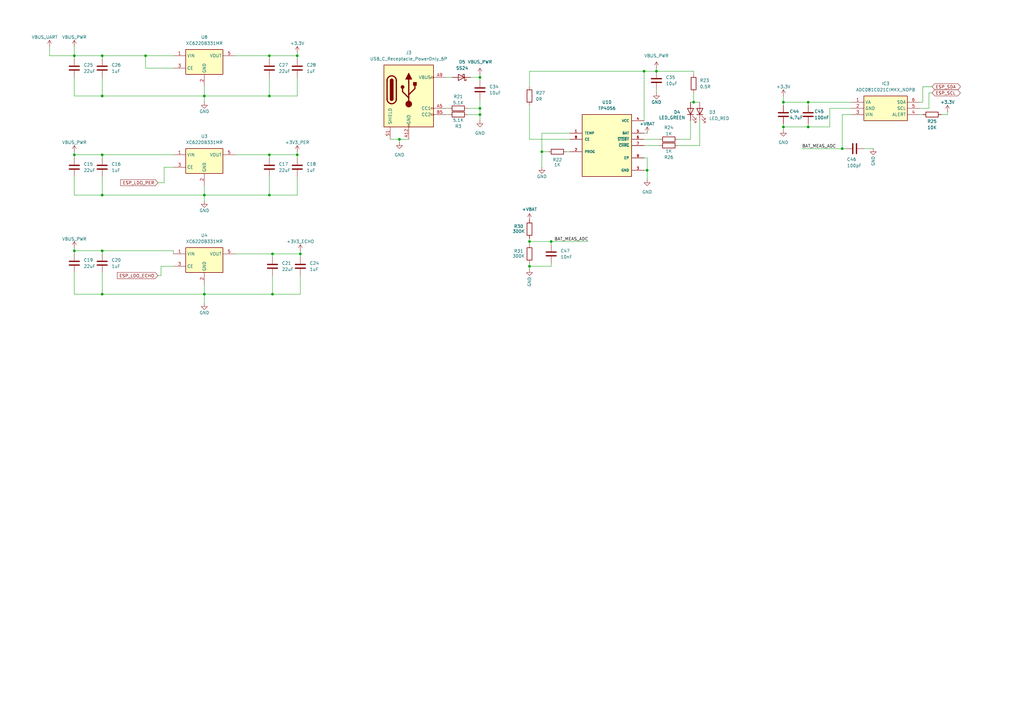
<source format=kicad_sch>
(kicad_sch (version 20250114) (generator "eeschema") (generator_version "9.0")
  (paper "A3")
  (lib_symbols
    (symbol "Connector:USB_C_Receptacle_PowerOnly_6P" (pin_names (offset 1.016))
      (property "Reference" "J" (at 0 16.51 0))
      (property "Value" "USB_C_Receptacle_PowerOnly_6P" (at 0 13.97 0))
      (symbol "USB_C_Receptacle_PowerOnly_6P_0_0"
        (rectangle (start -0.254 -12.7) (end 0.254 -11.684))
        (rectangle (start 10.16 7.874) (end 9.144 7.366))
        (rectangle (start 10.16 -4.826) (end 9.144 -5.334))
        (rectangle (start 10.16 -7.366) (end 9.144 -7.874))
      )
      (symbol "USB_C_Receptacle_PowerOnly_6P_0_1"
        (rectangle (start -10.16 12.7) (end 10.16 -12.7) (stroke (width 0.254)) (fill (type background)))
        (polyline (pts (xy -8.89 -1.27) (xy -8.89 6.35)) (stroke (width 0.508)))
        (rectangle (start -7.62 -1.27) (end -6.35 6.35) (stroke (width 0.254)) (fill (type outline)))
        (arc (start -7.62 6.35) (mid -6.985 6.9823) (end -6.35 6.35) (stroke (width 0.254)))
        (arc (start -7.62 6.35) (mid -6.985 6.9823) (end -6.35 6.35) (stroke (width 0.254)) (fill (type outline)))
        (arc (start -8.89 6.35) (mid -6.985 8.2467) (end -5.08 6.35) (stroke (width 0.508)))
        (arc (start -5.08 -1.27) (mid -6.985 -3.1667) (end -8.89 -1.27) (stroke (width 0.508)))
        (arc (start -6.35 -1.27) (mid -6.985 -1.9023) (end -7.62 -1.27) (stroke (width 0.254)))
        (arc (start -6.35 -1.27) (mid -6.985 -1.9023) (end -7.62 -1.27) (stroke (width 0.254)) (fill (type outline)))
        (polyline (pts (xy -5.08 6.35) (xy -5.08 -1.27)) (stroke (width 0.508)))
        (circle (center -2.54 3.683) (radius 0.635) (stroke (width 0.254)) (fill (type outline)))
        (polyline (pts (xy -1.27 6.858) (xy 0 9.398) (xy 1.27 6.858) (xy -1.27 6.858)) (stroke (width 0.254)) (fill (type outline)))
        (polyline (pts (xy 0 0.508) (xy 2.54 3.048) (xy 2.54 4.318)) (stroke (width 0.508)))
        (polyline (pts (xy 0 -0.762) (xy -2.54 1.778) (xy -2.54 3.048)) (stroke (width 0.508)))
        (polyline (pts (xy 0 -3.302) (xy 0 6.858)) (stroke (width 0.508)))
        (circle (center 0 -3.302) (radius 1.27) (fill (type outline)))
        (rectangle (start 1.905 4.318) (end 3.175 5.588) (stroke (width 0.254)) (fill (type outline)))
      )
      (symbol "USB_C_Receptacle_PowerOnly_6P_1_1"
        (pin passive line (at -7.62 -17.78 90) (length 5.08) (name "SHIELD") (number "S1"))
        (pin passive line (at 0 -17.78 90) (length 5.08) (name "GND") (number "A12"))
        (pin passive line (at 0 -17.78 90) (length 5.08) (hide yes) (name "GND") (number "B12"))
        (pin passive line (at 15.24 7.62 180) (length 5.08) (name "VBUS") (number "A9"))
        (pin passive line (at 15.24 7.62 180) (length 5.08) (hide yes) (name "VBUS") (number "B9"))
        (pin bidirectional line (at 15.24 -5.08 180) (length 5.08) (name "CC1") (number "A5"))
        (pin bidirectional line (at 15.24 -7.62 180) (length 5.08) (name "CC2") (number "B5"))
      )
    )
    (symbol "Device:C" (pin_numbers (hide yes)) (pin_names (offset 0.254))
      (property "Reference" "C" (at 0.635 2.54 0))
      (property "Value" "C" (at 0.635 -2.54 0))
      (symbol "C_0_1"
        (polyline (pts (xy -2.032 0.762) (xy 2.032 0.762)) (stroke (width 0.508)))
        (polyline (pts (xy -2.032 -0.762) (xy 2.032 -0.762)) (stroke (width 0.508)))
      )
      (symbol "C_1_1"
        (pin passive line (at 0 3.81 270) (length 2.794) (name "~") (number "1"))
        (pin passive line (at 0 -3.81 90) (length 2.794) (name "~") (number "2"))
      )
    )
    (symbol "Device:LED" (pin_numbers (hide yes)) (pin_names (offset 1.016) (hide yes))
      (property "Reference" "D" (at 0 2.54 0))
      (property "Value" "LED" (at 0 -2.54 0))
      (symbol "LED_0_1"
        (polyline (pts (xy -3.048 -0.762) (xy -4.572 -2.286) (xy -3.81 -2.286) (xy -4.572 -2.286) (xy -4.572 -1.524)))
        (polyline (pts (xy -1.778 -0.762) (xy -3.302 -2.286) (xy -2.54 -2.286) (xy -3.302 -2.286) (xy -3.302 -1.524)))
        (polyline (pts (xy -1.27 0) (xy 1.27 0)))
        (polyline (pts (xy -1.27 -1.27) (xy -1.27 1.27)) (stroke (width 0.254)))
        (polyline (pts (xy 1.27 -1.27) (xy 1.27 1.27) (xy -1.27 0) (xy 1.27 -1.27)) (stroke (width 0.254)))
      )
      (symbol "LED_1_1"
        (pin passive line (at -3.81 0 0) (length 2.54) (name "K") (number "1"))
        (pin passive line (at 3.81 0 180) (length 2.54) (name "A") (number "2"))
      )
    )
    (symbol "Device:R" (pin_numbers (hide yes)) (pin_names (offset 0))
      (property "Reference" "R" (at 2.032 0 90))
      (property "Value" "R" (at 0 0 90))
      (symbol "R_0_1"
        (rectangle (start -1.016 -2.54) (end 1.016 2.54) (stroke (width 0.254)))
      )
      (symbol "R_1_1"
        (pin passive line (at 0 3.81 270) (length 1.27) (name "~") (number "1"))
        (pin passive line (at 0 -3.81 90) (length 1.27) (name "~") (number "2"))
      )
    )
    (symbol "Diode:SS24" (pin_numbers (hide yes)) (pin_names (offset 1.016) (hide yes))
      (property "Reference" "D" (at 0 2.54 0))
      (property "Value" "SS24" (at 0 -2.54 0))
      (symbol "SS24_0_1"
        (polyline (pts (xy -1.905 0.635) (xy -1.905 1.27) (xy -1.27 1.27) (xy -1.27 -1.27) (xy -0.635 -1.27) (xy -0.635 -0.635)) (stroke (width 0.254)))
        (polyline (pts (xy 1.27 1.27) (xy 1.27 -1.27) (xy -1.27 0) (xy 1.27 1.27)) (stroke (width 0.254)))
        (polyline (pts (xy 1.27 0) (xy -1.27 0)))
      )
      (symbol "SS24_1_1"
        (pin passive line (at -3.81 0 0) (length 2.54) (name "K") (number "1"))
        (pin passive line (at 3.81 0 180) (length 2.54) (name "A") (number "2"))
      )
    )
    (symbol "Regulator_Linear:XC6220B331MR"
      (property "Reference" "U" (at 0 8.89 0))
      (property "Value" "XC6220B331MR" (at 0 6.35 0))
      (symbol "XC6220B331MR_0_1"
        (rectangle (start -7.62 5.08) (end 7.62 -5.08) (stroke (width 0.254)) (fill (type background)))
      )
      (symbol "XC6220B331MR_1_1"
        (pin power_in line (at -12.7 2.54 0) (length 5.08) (name "VIN") (number "1"))
        (pin input line (at -12.7 -2.54 0) (length 5.08) (name "CE") (number "3"))
        (pin power_in line (at 0 -10.16 90) (length 5.08) (name "GND") (number "2"))
        (pin no_connect line (at 7.62 -2.54 180) (length 5.08) (hide yes) (name "NC") (number "4"))
        (pin power_out line (at 12.7 2.54 180) (length 5.08) (name "VOUT") (number "5"))
      )
    )
    (symbol "SamacSys_Parts:ADC081C021CIMKX_NOPB"
      (property "Reference" "IC" (at 24.13 7.62 0))
      (property "Value" "ADC081C021CIMKX_NOPB" (at 24.13 5.08 0))
      (symbol "ADC081C021CIMKX_NOPB_1_1"
        (rectangle (start 5.08 2.54) (end 22.86 -7.62) (stroke (width 0.254)) (fill (type background)))
        (pin passive line (at 0 0 0) (length 5.08) (name "VA") (number "1"))
        (pin passive line (at 0 -2.54 0) (length 5.08) (name "GND") (number "2"))
        (pin passive line (at 0 -5.08 0) (length 5.08) (name "VIN") (number "3"))
        (pin passive line (at 27.94 0 180) (length 5.08) (name "SDA") (number "6"))
        (pin passive line (at 27.94 -2.54 180) (length 5.08) (name "SCL") (number "5"))
        (pin passive line (at 27.94 -5.08 180) (length 5.08) (name "ALERT") (number "4"))
      )
    )
    (symbol "TP4056:TP4056" (pin_names (offset 1.016))
      (property "Reference" "U" (at -10.16 13.208 0))
      (property "Value" "TP4056" (at -10.16 -15.24 0))
      (symbol "TP4056_0_0"
        (rectangle (start -10.16 -12.7) (end 10.16 12.7) (stroke (width 0.254)) (fill (type background)))
        (pin input line (at -15.24 5.08 0) (length 5.08) (name "TEMP") (number "1"))
        (pin input line (at -15.24 2.54 0) (length 5.08) (name "CE") (number "8"))
        (pin bidirectional line (at -15.24 -2.54 0) (length 5.08) (name "PROG") (number "2"))
        (pin power_in line (at 15.24 10.16 180) (length 5.08) (name "VCC") (number "4"))
        (pin output line (at 15.24 5.08 180) (length 5.08) (name "BAT") (number "5"))
        (pin output line (at 15.24 2.54 180) (length 5.08) (name "~{STDBY}") (number "6"))
        (pin output line (at 15.24 0 180) (length 5.08) (name "~{CHRG}") (number "7"))
        (pin passive line (at 15.24 -5.08 180) (length 5.08) (name "EP") (number "9"))
        (pin power_in line (at 15.24 -10.16 180) (length 5.08) (name "GND") (number "3"))
      )
    )
    (symbol "power:+3.3V" (power) (pin_numbers (hide yes)) (pin_names (offset 0) (hide yes))
      (property "Value" "+3.3V" (at 0 3.556 0))
      (symbol "+3.3V_0_1"
        (polyline (pts (xy -0.762 1.27) (xy 0 2.54)))
        (polyline (pts (xy 0 2.54) (xy 0.762 1.27)))
        (polyline (pts (xy 0 0) (xy 0 2.54)))
      )
      (symbol "+3.3V_1_1"
        (pin power_in line (at 0 0 90) (length 0) (name "~") (number "1"))
      )
    )
    (symbol "power:GND" (power) (pin_numbers (hide yes)) (pin_names (offset 0) (hide yes))
      (property "Value" "GND" (at 0 -3.81 0))
      (symbol "GND_0_1"
        (polyline (pts (xy 0 0) (xy 0 -1.27) (xy 1.27 -1.27) (xy 0 -2.54) (xy -1.27 -1.27) (xy 0 -1.27)))
      )
      (symbol "GND_1_1"
        (pin power_in line (at 0 0 270) (length 0) (name "~") (number "1"))
      )
    )
    (symbol "power:VBUS" (power) (pin_numbers (hide yes)) (pin_names (offset 0) (hide yes))
      (property "Value" "VBUS" (at 0 3.556 0))
      (symbol "VBUS_0_1"
        (polyline (pts (xy -0.762 1.27) (xy 0 2.54)))
        (polyline (pts (xy 0 2.54) (xy 0.762 1.27)))
        (polyline (pts (xy 0 0) (xy 0 2.54)))
      )
      (symbol "VBUS_1_1"
        (pin power_in line (at 0 0 90) (length 0) (name "~") (number "1"))
      )
    )
  )
  (junction (at 83.82 120.65))
  (junction (at 331.47 52.07))
  (junction (at 217.17 109.22))
  (junction (at 110.49 39.37))
  (junction (at 226.06 99.06))
  (junction (at 110.49 80.01))
  (junction (at 123.19 104.14))
  (junction (at 59.69 22.86))
  (junction (at 41.91 63.5))
  (junction (at 321.31 41.91))
  (junction (at 30.48 63.5))
  (junction (at 331.47 41.91))
  (junction (at 30.48 22.86))
  (junction (at 30.48 102.87))
  (junction (at 217.17 99.06))
  (junction (at 41.91 39.37))
  (junction (at 110.49 22.86))
  (junction (at 41.91 80.01))
  (junction (at 121.92 22.86))
  (junction (at 163.83 57.15))
  (junction (at 41.91 120.65))
  (junction (at 196.85 31.75))
  (junction (at 121.92 63.5))
  (junction (at 111.76 104.14))
  (junction (at 269.24 29.21))
  (junction (at 196.85 44.45))
  (junction (at 111.76 120.65))
  (junction (at 265.43 69.85))
  (junction (at 264.16 29.21))
  (junction (at 83.82 39.37))
  (junction (at 345.44 60.96))
  (junction (at 196.85 46.99))
  (junction (at 41.91 102.87))
  (junction (at 284.48 41.91))
  (junction (at 222.25 62.23))
  (junction (at 41.91 22.86))
  (junction (at 110.49 63.5))
  (junction (at 321.31 52.07))
  (junction (at 83.82 80.01))
  (wire (pts (xy 111.76 120.65) (xy 123.19 120.65)))
  (wire (pts (xy 264.16 57.15) (xy 270.51 57.15)))
  (wire (pts (xy 163.83 57.15) (xy 167.64 57.15)))
  (wire (pts (xy 83.82 39.37) (xy 110.49 39.37)))
  (wire (pts (xy 222.25 62.23) (xy 222.25 68.58)))
  (wire (pts (xy 284.48 41.91) (xy 283.21 41.91)))
  (wire (pts (xy 264.16 54.61) (xy 265.43 54.61)))
  (wire (pts (xy 96.52 104.14) (xy 111.76 104.14)))
  (wire (pts (xy 217.17 109.22) (xy 217.17 110.49)))
  (wire (pts (xy 217.17 97.79) (xy 217.17 99.06)))
  (wire (pts (xy 283.21 49.53) (xy 283.21 57.15)))
  (wire (pts (xy 41.91 31.75) (xy 41.91 39.37)))
  (wire (pts (xy 41.91 22.86) (xy 59.69 22.86)))
  (wire (pts (xy 110.49 22.86) (xy 110.49 24.13)))
  (wire (pts (xy 66.04 109.22) (xy 71.12 109.22)))
  (wire (pts (xy 111.76 104.14) (xy 123.19 104.14)))
  (wire (pts (xy 386.08 46.99) (xy 388.62 46.99)))
  (wire (pts (xy 123.19 102.87) (xy 123.19 104.14)))
  (wire (pts (xy 110.49 31.75) (xy 110.49 39.37)))
  (wire (pts (xy 269.24 27.94) (xy 269.24 29.21)))
  (wire (pts (xy 217.17 43.18) (xy 217.17 57.15)))
  (wire (pts (xy 30.48 63.5) (xy 30.48 64.77)))
  (wire (pts (xy 160.02 57.15) (xy 163.83 57.15)))
  (wire (pts (xy 30.48 39.37) (xy 41.91 39.37)))
  (wire (pts (xy 111.76 113.03) (xy 111.76 120.65)))
  (wire (pts (xy 41.91 72.39) (xy 41.91 80.01)))
  (wire (pts (xy 121.92 21.59) (xy 121.92 22.86)))
  (wire (pts (xy 41.91 102.87) (xy 71.12 102.87)))
  (wire (pts (xy 71.12 102.87) (xy 71.12 104.14)))
  (wire (pts (xy 287.02 49.53) (xy 287.02 59.69)))
  (wire (pts (xy 30.48 22.86) (xy 41.91 22.86)))
  (wire (pts (xy 182.88 31.75) (xy 185.42 31.75)))
  (wire (pts (xy 196.85 30.48) (xy 196.85 31.75)))
  (wire (pts (xy 340.36 52.07) (xy 331.47 52.07)))
  (wire (pts (xy 378.46 35.56) (xy 382.27 35.56)))
  (wire (pts (xy 345.44 60.96) (xy 346.71 60.96)))
  (wire (pts (xy 67.31 74.93) (xy 67.31 68.58)))
  (wire (pts (xy 264.16 29.21) (xy 269.24 29.21)))
  (wire (pts (xy 222.25 62.23) (xy 224.79 62.23)))
  (wire (pts (xy 284.48 30.48) (xy 284.48 29.21)))
  (wire (pts (xy 378.46 41.91) (xy 378.46 35.56)))
  (wire (pts (xy 265.43 64.77) (xy 265.43 69.85)))
  (wire (pts (xy 111.76 104.14) (xy 111.76 105.41)))
  (wire (pts (xy 331.47 43.18) (xy 331.47 41.91)))
  (wire (pts (xy 66.04 113.03) (xy 66.04 109.22)))
  (wire (pts (xy 59.69 22.86) (xy 59.69 27.94)))
  (wire (pts (xy 284.48 29.21) (xy 269.24 29.21)))
  (wire (pts (xy 222.25 54.61) (xy 222.25 62.23)))
  (wire (pts (xy 121.92 64.77) (xy 121.92 63.5)))
  (wire (pts (xy 83.82 120.65) (xy 111.76 120.65)))
  (wire (pts (xy 110.49 39.37) (xy 121.92 39.37)))
  (wire (pts (xy 96.52 22.86) (xy 110.49 22.86)))
  (wire (pts (xy 41.91 111.76) (xy 41.91 120.65)))
  (wire (pts (xy 388.62 45.72) (xy 388.62 46.99)))
  (wire (pts (xy 30.48 19.05) (xy 30.48 22.86)))
  (wire (pts (xy 191.77 46.99) (xy 196.85 46.99)))
  (wire (pts (xy 226.06 99.06) (xy 241.3 99.06)))
  (wire (pts (xy 287.02 59.69) (xy 278.13 59.69)))
  (wire (pts (xy 121.92 72.39) (xy 121.92 80.01)))
  (wire (pts (xy 264.16 29.21) (xy 264.16 49.53)))
  (wire (pts (xy 41.91 63.5) (xy 71.12 63.5)))
  (wire (pts (xy 30.48 80.01) (xy 41.91 80.01)))
  (wire (pts (xy 226.06 100.33) (xy 226.06 99.06)))
  (wire (pts (xy 182.88 46.99) (xy 184.15 46.99)))
  (wire (pts (xy 30.48 111.76) (xy 30.48 120.65)))
  (wire (pts (xy 30.48 120.65) (xy 41.91 120.65)))
  (wire (pts (xy 30.48 62.23) (xy 30.48 63.5)))
  (wire (pts (xy 217.17 29.21) (xy 217.17 35.56)))
  (wire (pts (xy 30.48 72.39) (xy 30.48 80.01)))
  (wire (pts (xy 83.82 76.2) (xy 83.82 80.01)))
  (wire (pts (xy 67.31 68.58) (xy 71.12 68.58)))
  (wire (pts (xy 110.49 63.5) (xy 110.49 64.77)))
  (wire (pts (xy 110.49 63.5) (xy 121.92 63.5)))
  (wire (pts (xy 83.82 35.56) (xy 83.82 39.37)))
  (wire (pts (xy 340.36 44.45) (xy 340.36 52.07)))
  (wire (pts (xy 328.93 60.96) (xy 345.44 60.96)))
  (wire (pts (xy 41.91 102.87) (xy 41.91 104.14)))
  (wire (pts (xy 41.91 39.37) (xy 83.82 39.37)))
  (wire (pts (xy 41.91 80.01) (xy 83.82 80.01)))
  (wire (pts (xy 30.48 102.87) (xy 41.91 102.87)))
  (wire (pts (xy 163.83 57.15) (xy 163.83 58.42)))
  (wire (pts (xy 41.91 120.65) (xy 83.82 120.65)))
  (wire (pts (xy 123.19 105.41) (xy 123.19 104.14)))
  (wire (pts (xy 222.25 54.61) (xy 233.68 54.61)))
  (wire (pts (xy 284.48 41.91) (xy 287.02 41.91)))
  (wire (pts (xy 217.17 29.21) (xy 264.16 29.21)))
  (wire (pts (xy 377.19 41.91) (xy 378.46 41.91)))
  (wire (pts (xy 41.91 22.86) (xy 41.91 24.13)))
  (wire (pts (xy 121.92 31.75) (xy 121.92 39.37)))
  (wire (pts (xy 20.32 22.86) (xy 30.48 22.86)))
  (wire (pts (xy 331.47 41.91) (xy 349.25 41.91)))
  (wire (pts (xy 377.19 46.99) (xy 378.46 46.99)))
  (wire (pts (xy 59.69 27.94) (xy 71.12 27.94)))
  (wire (pts (xy 226.06 109.22) (xy 217.17 109.22)))
  (wire (pts (xy 123.19 113.03) (xy 123.19 120.65)))
  (wire (pts (xy 182.88 44.45) (xy 184.15 44.45)))
  (wire (pts (xy 196.85 46.99) (xy 196.85 44.45)))
  (wire (pts (xy 265.43 69.85) (xy 265.43 73.66)))
  (wire (pts (xy 193.04 31.75) (xy 196.85 31.75)))
  (wire (pts (xy 321.31 39.37) (xy 321.31 41.91)))
  (wire (pts (xy 331.47 50.8) (xy 331.47 52.07)))
  (wire (pts (xy 41.91 63.5) (xy 41.91 64.77)))
  (wire (pts (xy 233.68 57.15) (xy 217.17 57.15)))
  (wire (pts (xy 217.17 99.06) (xy 226.06 99.06)))
  (wire (pts (xy 381 38.1) (xy 381 44.45)))
  (wire (pts (xy 110.49 72.39) (xy 110.49 80.01)))
  (wire (pts (xy 196.85 46.99) (xy 196.85 49.53)))
  (wire (pts (xy 59.69 22.86) (xy 71.12 22.86)))
  (wire (pts (xy 345.44 46.99) (xy 345.44 60.96)))
  (wire (pts (xy 110.49 80.01) (xy 121.92 80.01)))
  (wire (pts (xy 83.82 80.01) (xy 110.49 80.01)))
  (wire (pts (xy 349.25 44.45) (xy 340.36 44.45)))
  (wire (pts (xy 83.82 116.84) (xy 83.82 120.65)))
  (wire (pts (xy 30.48 63.5) (xy 41.91 63.5)))
  (wire (pts (xy 321.31 52.07) (xy 331.47 52.07)))
  (wire (pts (xy 30.48 101.6) (xy 30.48 102.87)))
  (wire (pts (xy 110.49 22.86) (xy 121.92 22.86)))
  (wire (pts (xy 217.17 99.06) (xy 217.17 100.33)))
  (wire (pts (xy 269.24 36.83) (xy 269.24 38.1)))
  (wire (pts (xy 232.41 62.23) (xy 233.68 62.23)))
  (wire (pts (xy 64.77 113.03) (xy 66.04 113.03)))
  (wire (pts (xy 284.48 38.1) (xy 284.48 41.91)))
  (wire (pts (xy 121.92 62.23) (xy 121.92 63.5)))
  (wire (pts (xy 83.82 80.01) (xy 83.82 82.55)))
  (wire (pts (xy 196.85 44.45) (xy 196.85 40.64)))
  (wire (pts (xy 20.32 22.86) (xy 20.32 19.05)))
  (wire (pts (xy 321.31 41.91) (xy 331.47 41.91)))
  (wire (pts (xy 264.16 59.69) (xy 270.51 59.69)))
  (wire (pts (xy 381 44.45) (xy 377.19 44.45)))
  (wire (pts (xy 217.17 107.95) (xy 217.17 109.22)))
  (wire (pts (xy 121.92 24.13) (xy 121.92 22.86)))
  (wire (pts (xy 191.77 44.45) (xy 196.85 44.45)))
  (wire (pts (xy 30.48 102.87) (xy 30.48 104.14)))
  (wire (pts (xy 196.85 31.75) (xy 196.85 33.02)))
  (wire (pts (xy 30.48 31.75) (xy 30.48 39.37)))
  (wire (pts (xy 354.33 60.96) (xy 358.14 60.96)))
  (wire (pts (xy 345.44 46.99) (xy 349.25 46.99)))
  (wire (pts (xy 382.27 38.1) (xy 381 38.1)))
  (wire (pts (xy 83.82 39.37) (xy 83.82 41.91)))
  (wire (pts (xy 83.82 120.65) (xy 83.82 124.46)))
  (wire (pts (xy 226.06 107.95) (xy 226.06 109.22)))
  (wire (pts (xy 321.31 50.8) (xy 321.31 52.07)))
  (wire (pts (xy 321.31 41.91) (xy 321.31 43.18)))
  (wire (pts (xy 283.21 57.15) (xy 278.13 57.15)))
  (wire (pts (xy 264.16 64.77) (xy 265.43 64.77)))
  (wire (pts (xy 264.16 69.85) (xy 265.43 69.85)))
  (wire (pts (xy 321.31 52.07) (xy 321.31 53.34)))
  (wire (pts (xy 30.48 22.86) (xy 30.48 24.13)))
  (wire (pts (xy 96.52 63.5) (xy 110.49 63.5)))
  (wire (pts (xy 64.77 74.93) (xy 67.31 74.93)))
  (label "BAT_MEAS_ADC" (at 241.3 99.06 180))
  (label "BAT_MEAS_ADC" (at 328.93 60.96 0))
  (global_label "ESP_LDO_ECHO" (shape input) (at 64.77 113.03 180) (property "Intersheetrefs" "${INTERSHEET_REFS}" (effects (hide yes))))
  (global_label "ESP_SDA" (shape bidirectional) (at 382.27 35.56 0) (property "Intersheetrefs" "${INTERSHEET_REFS}" (effects (hide yes))))
  (global_label "ESP_SCL" (shape bidirectional) (at 382.27 38.1 0) (property "Intersheetrefs" "${INTERSHEET_REFS}" (effects (hide yes))))
  (global_label "ESP_LDO_PER" (shape input) (at 64.77 74.93 180) (property "Intersheetrefs" "${INTERSHEET_REFS}" (effects (hide yes))))
  (symbol (lib_id "Regulator_Linear:XC6220B331MR") (at 83.82 66.04 0) (unit 1)
    (property "Reference" "U3" (at 83.82 55.88 0))
    (property "Value" "XC6220B331MR" (at 83.82 58.42 0))
    (property "Footprint" "Package_TO_SOT_SMD:SOT-23-5" (effects (hide yes)))
    (property "Datasheet" "https://www.torexsemi.com/file/xc6220/XC6220.pdf" (effects (hide yes)))
    (property "Description" "1A, Low Drop-out Voltage Regulator, Fixed Output 3.3V, SOT-23-5" (effects (hide yes)))
  )
  (symbol (lib_id "power:GND") (at 83.82 82.55 0) (unit 1)
    (property "Reference" "#PWR044" (effects (hide yes)))
    (property "Value" "GND" (at 83.82 86.36 0))
    (property "Description" "Power symbol creates a global label with name \"GND\" , ground" (effects (hide yes)))
  )
  (symbol (lib_id "Device:C") (at 121.92 68.58 0) (unit 1)
    (property "Reference" "C18" (at 125.73 67.3099 0) (effects (justify left)))
    (property "Value" "1uF" (at 125.73 69.8499 0) (effects (justify left)))
    (property "Footprint" "Capacitor_SMD:C_0603_1608Metric" (effects (hide yes)))
    (property "Description" "Unpolarized capacitor" (effects (hide yes)))
  )
  (symbol (lib_id "Regulator_Linear:XC6220B331MR") (at 83.82 106.68 0) (unit 1)
    (property "Reference" "U4" (at 83.82 96.52 0))
    (property "Value" "XC6220B331MR" (at 83.82 99.06 0))
    (property "Footprint" "Package_TO_SOT_SMD:SOT-23-5" (effects (hide yes)))
    (property "Datasheet" "https://www.torexsemi.com/file/xc6220/XC6220.pdf" (effects (hide yes)))
    (property "Description" "1A, Low Drop-out Voltage Regulator, Fixed Output 3.3V, SOT-23-5" (effects (hide yes)))
  )
  (symbol (lib_id "power:+3.3V") (at 123.19 102.87 0) (unit 1)
    (property "Reference" "#PWR047" (effects (hide yes)))
    (property "Value" "+3V3_ECHO" (at 123.19 99.06 0))
    (property "Description" "Power symbol creates a global label with name \"+3.3V\"" (effects (hide yes)))
  )
  (symbol (lib_id "Device:C") (at 41.91 107.95 0) (unit 1)
    (property "Reference" "C20" (at 45.72 106.6799 0) (effects (justify left)))
    (property "Value" "1uF" (at 45.72 109.2199 0) (effects (justify left)))
    (property "Footprint" "Capacitor_SMD:C_0603_1608Metric" (effects (hide yes)))
    (property "Description" "Unpolarized capacitor" (effects (hide yes)))
  )
  (symbol (lib_id "power:GND") (at 265.43 73.66 0) (unit 1)
    (property "Reference" "#PWR063" (effects (hide yes)))
    (property "Value" "GND" (at 265.43 78.74 0))
    (property "Description" "Power symbol creates a global label with name \"GND\" , ground" (effects (hide yes)))
  )
  (symbol (lib_id "Device:R") (at 217.17 104.14 0) (unit 1)
    (property "Reference" "R31" (at 212.725 102.997 0))
    (property "Value" "300K" (at 212.725 105.029 0))
    (property "Footprint" "Capacitor_SMD:C_0402_1005Metric" (effects (hide yes)))
    (property "Description" "Resistor" (effects (hide yes)))
  )
  (symbol (lib_id "Regulator_Linear:XC6220B331MR") (at 83.82 25.4 0) (unit 1)
    (property "Reference" "U8" (at 83.82 15.24 0))
    (property "Value" "XC6220B331MR" (at 83.82 17.78 0))
    (property "Footprint" "Package_TO_SOT_SMD:SOT-23-5" (effects (hide yes)))
    (property "Datasheet" "https://www.torexsemi.com/file/xc6220/XC6220.pdf" (effects (hide yes)))
    (property "Description" "1A, Low Drop-out Voltage Regulator, Fixed Output 3.3V, SOT-23-5" (effects (hide yes)))
  )
  (symbol (lib_id "power:GND") (at 222.25 68.58 0) (unit 1)
    (property "Reference" "#PWR068" (effects (hide yes)))
    (property "Value" "GND" (at 222.25 72.39 0))
    (property "Description" "Power symbol creates a global label with name \"GND\" , ground" (effects (hide yes)))
  )
  (symbol (lib_id "Device:C") (at 41.91 68.58 0) (unit 1)
    (property "Reference" "C16" (at 45.72 67.3099 0) (effects (justify left)))
    (property "Value" "1uF" (at 45.72 69.8499 0) (effects (justify left)))
    (property "Footprint" "Capacitor_SMD:C_0603_1608Metric" (effects (hide yes)))
    (property "Description" "Unpolarized capacitor" (effects (hide yes)))
  )
  (symbol (lib_id "Device:R") (at 217.17 93.98 0) (unit 1)
    (property "Reference" "R30" (at 212.725 92.837 0))
    (property "Value" "300K" (at 212.725 94.869 0))
    (property "Footprint" "Capacitor_SMD:C_0402_1005Metric" (effects (hide yes)))
    (property "Description" "Resistor" (effects (hide yes)))
  )
  (symbol (lib_id "Device:C") (at 331.47 46.99 0) (unit 1)
    (property "Reference" "C45" (at 334.01 45.7201 0) (effects (justify left)))
    (property "Value" "100nF" (at 334.01 48.26 0) (effects (justify left)))
    (property "Footprint" "Capacitor_SMD:C_0402_1005Metric" (effects (hide yes)))
    (property "Description" "Unpolarized capacitor" (effects (hide yes)))
  )
  (symbol (lib_id "power:GND") (at 83.82 41.91 0) (unit 1)
    (property "Reference" "#PWR048" (effects (hide yes)))
    (property "Value" "GND" (at 83.82 45.72 0))
    (property "Description" "Power symbol creates a global label with name \"GND\" , ground" (effects (hide yes)))
  )
  (symbol (lib_id "Device:C") (at 121.92 27.94 0) (unit 1)
    (property "Reference" "C28" (at 125.73 26.6699 0) (effects (justify left)))
    (property "Value" "1uF" (at 125.73 29.2099 0) (effects (justify left)))
    (property "Footprint" "Capacitor_SMD:C_0603_1608Metric" (effects (hide yes)))
    (property "Description" "Unpolarized capacitor" (effects (hide yes)))
  )
  (symbol (lib_id "Device:C") (at 30.48 27.94 0) (unit 1)
    (property "Reference" "C25" (at 34.29 26.6699 0) (effects (justify left)))
    (property "Value" "22uF" (at 34.29 29.2099 0) (effects (justify left)))
    (property "Footprint" "Capacitor_SMD:C_0603_1608Metric" (effects (hide yes)))
    (property "Description" "Unpolarized capacitor" (effects (hide yes)))
  )
  (symbol (lib_id "power:+3.3V") (at 321.31 39.37 0) (unit 1)
    (property "Reference" "#PWR057" (effects (hide yes)))
    (property "Value" "+3.3V" (at 321.31 35.56 0))
    (property "Description" "Power symbol creates a global label with name \"+3.3V\"" (effects (hide yes)))
  )
  (symbol (lib_id "Device:R") (at 217.17 39.37 0) (unit 1)
    (property "Reference" "R27" (at 219.71 38.0999 0) (effects (justify left)))
    (property "Value" "0R" (at 219.71 40.6399 0) (effects (justify left)))
    (property "Footprint" "Capacitor_SMD:C_0402_1005Metric" (effects (hide yes)))
    (property "Description" "Resistor" (effects (hide yes)))
  )
  (symbol (lib_id "Device:LED") (at 283.21 45.72 90) (unit 1)
    (property "Reference" "D4" (at 276.352 45.974 90) (effects (justify right)))
    (property "Value" "LED_GREEN" (at 270.256 48.26 90) (effects (justify right)))
    (property "Footprint" "LED_SMD:LED_0805_2012Metric" (effects (hide yes)))
    (property "Description" "Light emitting diode" (effects (hide yes)))
    (property "Sim.Pins" "1=K 2=A" (effects (hide yes)))
  )
  (symbol (lib_id "Diode:SS24") (at 189.23 31.75 180) (unit 1)
    (property "Reference" "D5" (at 189.5475 25.4 0))
    (property "Value" "SS24" (at 189.5475 27.94 0))
    (property "Footprint" "Diode_SMD:D_SMA" (effects (hide yes)))
    (property "Datasheet" "https://www.vishay.com/docs/88748/ss22.pdf" (effects (hide yes)))
    (property "Description" "40V 2A Schottky Diode, SMA" (effects (hide yes)))
  )
  (symbol (lib_id "power:VBUS") (at 265.43 54.61 0) (unit 1)
    (property "Reference" "#PWR066" (effects (hide yes)))
    (property "Value" "+VBAT" (at 265.43 50.8 0))
    (property "Description" "Power symbol creates a global label with name \"VBUS\"" (effects (hide yes)))
  )
  (symbol (lib_id "Device:C") (at 321.31 46.99 0) (unit 1)
    (property "Reference" "C44" (at 323.85 45.72 0) (effects (justify left)))
    (property "Value" "4.7uF" (at 323.85 48.26 0) (effects (justify left)))
    (property "Footprint" "Capacitor_SMD:C_0402_1005Metric" (effects (hide yes)))
    (property "Description" "Unpolarized capacitor" (effects (hide yes)))
  )
  (symbol (lib_id "power:GND") (at 321.31 53.34 0) (unit 1)
    (property "Reference" "#PWR060" (effects (hide yes)))
    (property "Value" "GND" (at 321.31 58.42 0))
    (property "Description" "Power symbol creates a global label with name \"GND\" , ground" (effects (hide yes)))
  )
  (symbol (lib_id "SamacSys_Parts:ADC081C021CIMKX_NOPB") (at 349.25 41.91 0) (unit 1)
    (property "Reference" "IC3" (at 363.22 34.29 0))
    (property "Value" "ADC081C021CIMKX_NOPB" (at 363.22 36.83 0))
    (property "Footprint" "SamacSys_Parts:SOT95P280X110-6N" (effects (hide yes)))
    (property "Datasheet" "http://www.ti.com/lit/gpn/ADC081C021" (effects (hide yes)))
    (property "Description" "8-Bit, 189kSPS, 1-Ch SAR ADC with I2C and Alert Pin" (effects (hide yes)))
    (property "Height" "1.1" (effects (hide yes)))
    (property "Manufacturer_Name" "Texas Instruments" (effects (hide yes)))
    (property "Manufacturer_Part_Number" "ADC081C021CIMKX/NOPB" (effects (hide yes)))
    (property "Mouser Part Number" "926-A081C021CIMKXNPB" (effects (hide yes)))
    (property "Mouser Price/Stock" "https://www.mouser.co.uk/ProductDetail/Texas-Instruments/ADC081C021CIMKX-NOPB?qs=7X5t%252BdzoRHA7iTrVx6uzgA%3D%3D" (effects (hide yes)))
    (property "Arrow Part Number" "ADC081C021CIMKX/NOPB" (effects (hide yes)))
    (property "Arrow Price/Stock" "https://www.arrow.com/en/products/adc081c021cimkxnopb/texas-instruments?utm_currency=USD&region=nac" (effects (hide yes)))
  )
  (symbol (lib_id "power:+3.3V") (at 121.92 21.59 0) (unit 1)
    (property "Reference" "#PWR049" (effects (hide yes)))
    (property "Value" "+3.3V" (at 121.92 17.78 0))
    (property "Description" "Power symbol creates a global label with name \"+3.3V\"" (effects (hide yes)))
  )
  (symbol (lib_id "power:VBUS") (at 269.24 27.94 0) (unit 1)
    (property "Reference" "#PWR056" (effects (hide yes)))
    (property "Value" "VBUS_PWR" (at 269.24 22.86 0))
    (property "Description" "Power symbol creates a global label with name \"VBUS\"" (effects (hide yes)))
  )
  (symbol (lib_id "Device:C") (at 30.48 107.95 0) (unit 1)
    (property "Reference" "C19" (at 34.29 106.6799 0) (effects (justify left)))
    (property "Value" "22uF" (at 34.29 109.2199 0) (effects (justify left)))
    (property "Footprint" "Capacitor_SMD:C_0603_1608Metric" (effects (hide yes)))
    (property "Description" "Unpolarized capacitor" (effects (hide yes)))
  )
  (symbol (lib_id "Device:R") (at 228.6 62.23 90) (unit 1)
    (property "Reference" "R22" (at 228.6 65.532 90))
    (property "Value" "1K" (at 228.6 67.564 90))
    (property "Footprint" "Capacitor_SMD:C_0402_1005Metric" (effects (hide yes)))
    (property "Description" "Resistor" (effects (hide yes)))
  )
  (symbol (lib_id "power:+3.3V") (at 388.62 45.72 0) (unit 1)
    (property "Reference" "#PWR058" (effects (hide yes)))
    (property "Value" "+3.3V" (at 388.62 41.91 0))
    (property "Description" "Power symbol creates a global label with name \"+3.3V\"" (effects (hide yes)))
  )
  (symbol (lib_id "Device:LED") (at 287.02 45.72 90) (unit 1)
    (property "Reference" "D3" (at 290.83 46.0374 90) (effects (justify right)))
    (property "Value" "LED_RED" (at 290.83 48.5774 90) (effects (justify right)))
    (property "Footprint" "LED_SMD:LED_0805_2012Metric" (effects (hide yes)))
    (property "Description" "Light emitting diode" (effects (hide yes)))
    (property "Sim.Pins" "1=K 2=A" (effects (hide yes)))
  )
  (symbol (lib_id "Device:R") (at 187.96 44.45 270) (unit 1)
    (property "Reference" "R21" (at 187.96 39.624 90))
    (property "Value" "5.1K" (at 187.96 42.164 90))
    (property "Footprint" "Capacitor_SMD:C_0402_1005Metric" (effects (hide yes)))
    (property "Description" "Resistor" (effects (hide yes)))
  )
  (symbol (lib_id "power:GND") (at 163.83 58.42 0) (unit 1)
    (property "Reference" "#PWR050" (effects (hide yes)))
    (property "Value" "GND" (at 163.83 63.5 0))
    (property "Description" "Power symbol creates a global label with name \"GND\" , ground" (effects (hide yes)))
  )
  (symbol (lib_id "power:VBUS") (at 30.48 101.6 0) (unit 1)
    (property "Reference" "#PWR054" (effects (hide yes)))
    (property "Value" "VBUS_PWR" (at 30.48 98.044 0))
    (property "Description" "Power symbol creates a global label with name \"VBUS\"" (effects (hide yes)))
  )
  (symbol (lib_id "power:GND") (at 217.17 110.49 0) (unit 1)
    (property "Reference" "#PWR062" (effects (hide yes)))
    (property "Value" "GND" (at 217.17 115.57 90))
    (property "Description" "Power symbol creates a global label with name \"GND\" , ground" (effects (hide yes)))
  )
  (symbol (lib_id "Device:C") (at 269.24 33.02 0) (unit 1)
    (property "Reference" "C35" (at 273.05 31.7499 0) (effects (justify left)))
    (property "Value" "10uF" (at 273.05 34.2899 0) (effects (justify left)))
    (property "Footprint" "Capacitor_SMD:C_0402_1005Metric" (effects (hide yes)))
    (property "Description" "Unpolarized capacitor" (effects (hide yes)))
  )
  (symbol (lib_id "power:GND") (at 196.85 49.53 0) (unit 1)
    (property "Reference" "#PWR051" (effects (hide yes)))
    (property "Value" "GND" (at 196.85 54.61 0))
    (property "Description" "Power symbol creates a global label with name \"GND\" , ground" (effects (hide yes)))
  )
  (symbol (lib_id "TP4056:TP4056") (at 248.92 59.69 0) (unit 1)
    (property "Reference" "U10" (at 248.92 41.91 0))
    (property "Value" "TP4056" (at 248.92 44.45 0))
    (property "Footprint" "TP4056:SOP127P600X175-9N" (effects (hide yes)))
    (property "MF" "NanJing Top Power ASIC Corp." (effects (hide yes)))
    (property "MAXIMUM_PACKAGE_HEIGHT" "1.75mm" (effects (hide yes)))
    (property "Package" "Package" (effects (hide yes)))
    (property "Price" "None" (effects (hide yes)))
    (property "Check_prices" "https://www.snapeda.com/parts/TP4056/NanJing+Top+Power+ASIC+Corp./view-part/?ref=eda" (effects (hide yes)))
    (property "STANDARD" "IPC 7351B" (effects (hide yes)))
    (property "SnapEDA_Link" "https://www.snapeda.com/parts/TP4056/NanJing+Top+Power+ASIC+Corp./view-part/?ref=snap" (effects (hide yes)))
    (property "MP" "TP4056" (effects (hide yes)))
    (property "Description_1" "\n                        \n                            Complete single cell Li-Ion battery with a constant current / constant voltage linear charger\n                        \n" (effects (hide yes)))
    (property "Availability" "Not in stock" (effects (hide yes)))
    (property "MANUFACTURER" "NanJing Top Power ASIC Corp." (effects (hide yes)))
  )
  (symbol (lib_id "power:VBUS") (at 30.48 62.23 0) (unit 1)
    (property "Reference" "#PWR053" (effects (hide yes)))
    (property "Value" "VBUS_PWR" (at 30.48 58.42 0))
    (property "Description" "Power symbol creates a global label with name \"VBUS\"" (effects (hide yes)))
  )
  (symbol (lib_id "power:GND") (at 269.24 38.1 0) (unit 1)
    (property "Reference" "#PWR065" (effects (hide yes)))
    (property "Value" "GND" (at 269.24 41.91 0))
    (property "Description" "Power symbol creates a global label with name \"GND\" , ground" (effects (hide yes)))
  )
  (symbol (lib_id "Device:C") (at 110.49 27.94 0) (unit 1)
    (property "Reference" "C27" (at 114.3 26.6699 0) (effects (justify left)))
    (property "Value" "22uF" (at 114.3 29.2099 0) (effects (justify left)))
    (property "Footprint" "Capacitor_SMD:C_0603_1608Metric" (effects (hide yes)))
    (property "Description" "Unpolarized capacitor" (effects (hide yes)))
  )
  (symbol (lib_id "Device:C") (at 226.06 104.14 0) (unit 1)
    (property "Reference" "C47" (at 229.87 102.8699 0) (effects (justify left)))
    (property "Value" "10nF" (at 229.87 105.4099 0) (effects (justify left)))
    (property "Footprint" "Capacitor_SMD:C_0402_1005Metric" (effects (hide yes)))
    (property "Description" "Unpolarized capacitor" (effects (hide yes)))
  )
  (symbol (lib_id "Device:C") (at 110.49 68.58 0) (unit 1)
    (property "Reference" "C17" (at 114.3 67.3099 0) (effects (justify left)))
    (property "Value" "22uF" (at 114.3 69.8499 0) (effects (justify left)))
    (property "Footprint" "Capacitor_SMD:C_0603_1608Metric" (effects (hide yes)))
    (property "Description" "Unpolarized capacitor" (effects (hide yes)))
  )
  (symbol (lib_id "Device:R") (at 284.48 34.29 0) (unit 1)
    (property "Reference" "R23" (at 287.02 33.0199 0) (effects (justify left)))
    (property "Value" "0.5R" (at 287.02 35.5599 0) (effects (justify left)))
    (property "Footprint" "Capacitor_SMD:C_0402_1005Metric" (effects (hide yes)))
    (property "Description" "Resistor" (effects (hide yes)))
  )
  (symbol (lib_id "Device:R") (at 187.96 46.99 90) (unit 1)
    (property "Reference" "R3" (at 187.96 51.816 90))
    (property "Value" "5.1K" (at 187.96 49.276 90))
    (property "Footprint" "Capacitor_SMD:C_0402_1005Metric" (effects (hide yes)))
    (property "Description" "Resistor" (effects (hide yes)))
  )
  (symbol (lib_id "power:VBUS") (at 217.17 90.17 0) (unit 1)
    (property "Reference" "#PWR055" (effects (hide yes)))
    (property "Value" "+VBAT" (at 217.17 85.852 0))
    (property "Description" "Power symbol creates a global label with name \"VBUS\"" (effects (hide yes)))
  )
  (symbol (lib_id "power:VBUS") (at 196.85 30.48 0) (unit 1)
    (property "Reference" "#PWR014" (effects (hide yes)))
    (property "Value" "VBUS_PWR" (at 196.85 25.4 0))
    (property "Description" "Power symbol creates a global label with name \"VBUS\"" (effects (hide yes)))
  )
  (symbol (lib_id "Device:C") (at 111.76 109.22 0) (unit 1)
    (property "Reference" "C21" (at 115.57 107.9499 0) (effects (justify left)))
    (property "Value" "22uF" (at 115.57 110.4899 0) (effects (justify left)))
    (property "Footprint" "Capacitor_SMD:C_0603_1608Metric" (effects (hide yes)))
    (property "Description" "Unpolarized capacitor" (effects (hide yes)))
  )
  (symbol (lib_id "power:GND") (at 358.14 60.96 0) (unit 1)
    (property "Reference" "#PWR061" (effects (hide yes)))
    (property "Value" "GND" (at 358.14 66.04 90))
    (property "Description" "Power symbol creates a global label with name \"GND\" , ground" (effects (hide yes)))
  )
  (symbol (lib_id "Device:R") (at 274.32 57.15 90) (unit 1)
    (property "Reference" "R24" (at 274.32 52.324 90))
    (property "Value" "1K" (at 274.32 54.864 90))
    (property "Footprint" "Capacitor_SMD:C_0402_1005Metric" (effects (hide yes)))
    (property "Description" "Resistor" (effects (hide yes)))
  )
  (symbol (lib_id "power:GND") (at 83.82 124.46 0) (unit 1)
    (property "Reference" "#PWR046" (effects (hide yes)))
    (property "Value" "GND" (at 83.82 128.27 0))
    (property "Description" "Power symbol creates a global label with name \"GND\" , ground" (effects (hide yes)))
  )
  (symbol (lib_id "Device:R") (at 274.32 59.69 270) (unit 1)
    (property "Reference" "R26" (at 274.32 64.516 90))
    (property "Value" "1K" (at 274.32 61.976 90))
    (property "Footprint" "Capacitor_SMD:C_0402_1005Metric" (effects (hide yes)))
    (property "Description" "Resistor" (effects (hide yes)))
  )
  (symbol (lib_id "Device:R") (at 382.27 46.99 270) (unit 1)
    (property "Reference" "R25" (at 382.27 49.784 90))
    (property "Value" "10K" (at 382.27 52.324 90))
    (property "Footprint" "Capacitor_SMD:C_0402_1005Metric" (effects (hide yes)))
    (property "Description" "Resistor" (effects (hide yes)))
  )
  (symbol (lib_id "Device:C") (at 350.52 60.96 270) (unit 1)
    (property "Reference" "C46" (at 347.345 65.4051 90) (effects (justify left)))
    (property "Value" "100pF" (at 347.345 67.945 90) (effects (justify left)))
    (property "Footprint" "Capacitor_SMD:C_0402_1005Metric" (effects (hide yes)))
    (property "Description" "Unpolarized capacitor" (effects (hide yes)))
  )
  (symbol (lib_id "Device:C") (at 41.91 27.94 0) (unit 1)
    (property "Reference" "C26" (at 45.72 26.6699 0) (effects (justify left)))
    (property "Value" "1uF" (at 45.72 29.2099 0) (effects (justify left)))
    (property "Footprint" "Capacitor_SMD:C_0603_1608Metric" (effects (hide yes)))
    (property "Description" "Unpolarized capacitor" (effects (hide yes)))
  )
  (symbol (lib_id "Device:C") (at 30.48 68.58 0) (unit 1)
    (property "Reference" "C15" (at 34.29 67.3099 0) (effects (justify left)))
    (property "Value" "22uF" (at 34.29 69.8499 0) (effects (justify left)))
    (property "Footprint" "Capacitor_SMD:C_0603_1608Metric" (effects (hide yes)))
    (property "Description" "Unpolarized capacitor" (effects (hide yes)))
  )
  (symbol (lib_id "Device:C") (at 196.85 36.83 0) (unit 1)
    (property "Reference" "C34" (at 200.66 35.5599 0) (effects (justify left)))
    (property "Value" "10uF" (at 200.66 38.0999 0) (effects (justify left)))
    (property "Footprint" "Capacitor_SMD:C_0603_1608Metric" (effects (hide yes)))
    (property "Description" "Unpolarized capacitor" (effects (hide yes)))
  )
  (symbol (lib_id "power:+3.3V") (at 121.92 62.23 0) (unit 1)
    (property "Reference" "#PWR045" (effects (hide yes)))
    (property "Value" "+3V3_PER" (at 121.92 58.42 0))
    (property "Description" "Power symbol creates a global label with name \"+3.3V\"" (effects (hide yes)))
  )
  (symbol (lib_id "Device:C") (at 123.19 109.22 0) (unit 1)
    (property "Reference" "C24" (at 127 107.9499 0) (effects (justify left)))
    (property "Value" "1uF" (at 127 110.4899 0) (effects (justify left)))
    (property "Footprint" "Capacitor_SMD:C_0603_1608Metric" (effects (hide yes)))
    (property "Description" "Unpolarized capacitor" (effects (hide yes)))
  )
  (symbol (lib_id "Connector:USB_C_Receptacle_PowerOnly_6P") (at 167.64 39.37 0) (unit 1)
    (property "Reference" "J3" (at 167.64 21.59 0))
    (property "Value" "USB_C_Receptacle_PowerOnly_6P" (at 167.64 24.13 0))
    (property "Footprint" "Connector_USB:USB_C_Receptacle_GCT_USB4125-xx-x-0190_6P_TopMnt_Horizontal" (effects (hide yes)))
    (property "Datasheet" "https://www.usb.org/sites/default/files/documents/usb_type-c.zip" (effects (hide yes)))
    (property "Description" "USB Power-Only 6P Type-C Receptacle connector" (effects (hide yes)))
  )
  (symbol (lib_id "power:VBUS") (at 20.32 19.05 0) (unit 1)
    (property "Reference" "#PWR052" (effects (hide yes)))
    (property "Value" "VBUS_UART" (at 12.954 15.24 0) (effects (justify left)))
    (property "Description" "Power symbol creates a global label with name \"VBUS\"" (effects (hide yes)))
  )
  (symbol (lib_id "power:VBUS") (at 30.48 19.05 0) (unit 1)
    (property "Reference" "#PWR09" (effects (hide yes)))
    (property "Value" "VBUS_PWR" (at 30.48 15.24 0))
    (property "Description" "Power symbol creates a global label with name \"VBUS\"" (effects (hide yes)))
  )
)
</source>
